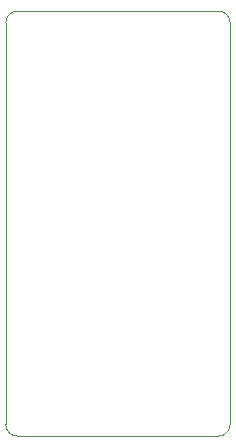
<source format=gbr>
%TF.GenerationSoftware,Altium Limited,Altium Designer,23.7.1 (13)*%
G04 Layer_Color=0*
%FSLAX45Y45*%
%MOMM*%
%TF.SameCoordinates,324F84FA-45DE-4E37-BCC6-85F6FB8D9206*%
%TF.FilePolarity,Positive*%
%TF.FileFunction,Profile,NP*%
%TF.Part,Single*%
G01*
G75*
%TA.AperFunction,Profile*%
%ADD32C,0.02540*%
D32*
X3750000Y2999775D02*
Y6400225D01*
X3750000Y6400000D01*
D02*
G02*
X3850000Y6500000I100000J0D01*
G01*
X5550000D01*
D02*
G02*
X5650000Y6400000I0J-100000D01*
G01*
X5650000Y6400225D01*
Y2999775D01*
X5650000Y3000000D01*
D02*
G02*
X5550000Y2900000I-100000J0D01*
G01*
X3850000D01*
D02*
G02*
X3750000Y2999775I0J100000D01*
G01*
%TF.MD5,a01574d1982a38c113430a673c10c577*%
M02*

</source>
